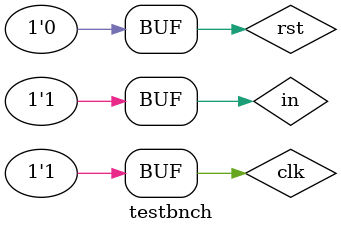
<source format=v>
`timescale 1ns / 1ps


module testbnch;

	// Inputs
	reg in;
	reg clk;
	reg rst;

	// Outputs
	wire detctd;

	// Instantiate the Unit Under Test (UUT)
	sqncdetctr uut (
		.in(in), 
		.clk(clk), 
		.rst(rst), 
		.detctd(detctd)
	);
	localparam T=20;
	
	always begin
	clk=0;
	#(T/2);
	clk=1;
	#(T/2);
	end

	initial begin
		// Initialize Inputs
		in = 0;
		clk = 0;
		rst = 1;
		#40;
		 rst = 0;

		// Wait 100 ns for global reset to finish
		#20;
		in = 1;
		#20;
		 in = 0;
		#20;
		  in = 1;
		#20;
		   in = 1;
		#20;
		   in = 1;
		#20;
		   in = 1; 
      #20;
		 in = 0;
		#20;
		  in = 1;
		#20;
		   in = 1;
		#20;
		   in = 1;
		#20;
		   in = 1;  			
		// Add stimulus here

	end
      
endmodule


</source>
